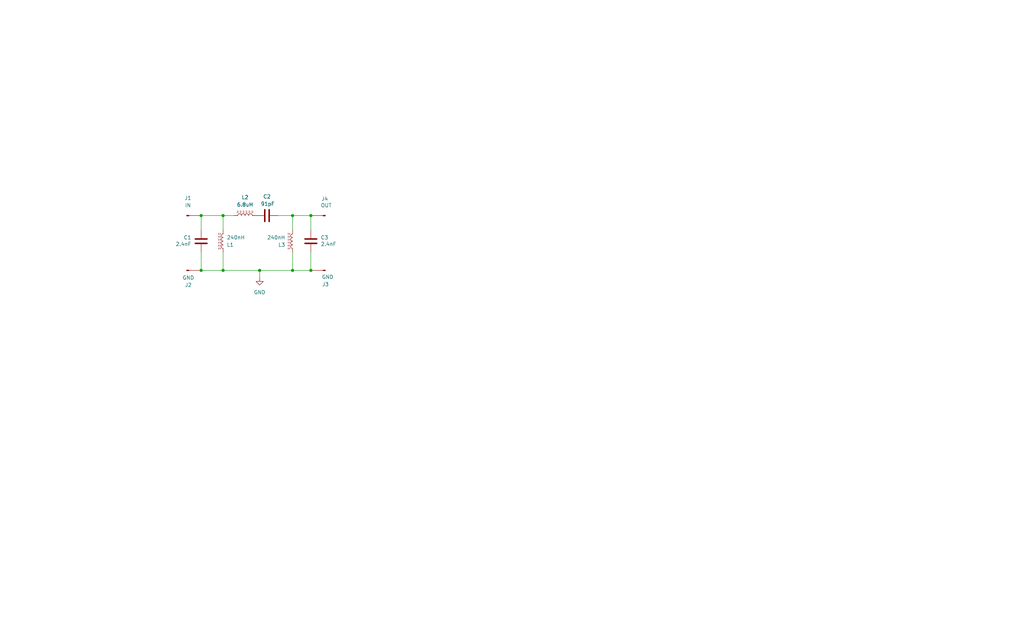
<source format=kicad_sch>
(kicad_sch (version 20231120) (generator "eeschema") (generator_version "8.0")
  (paper "USLegal")
  (title_block (title "40M Bandpass Filter") (company "KQ7B"))
  (lib_symbols
    (symbol "Conn_01x01_Pin_1" (pin_numbers hide) (pin_names (offset 1.016) hide)
      (property "Reference" "J" (at 0 2.54 0))
      (property "Value" "Conn_01x01_Pin" (at 0 -2.54 0))
      (symbol "Conn_01x01_Pin_1_1_1"
        (polyline (pts (xy 1.27 0) (xy 0.8636 0)) (stroke (width 0.1524)))
        (rectangle (start 0.8636 0.127) (end 0 -0.127) (stroke (width 0.1524)) (fill (type outline)))
        (pin passive line (at 5.08 0 180) (length 3.81) (name "Pin_1") (number "1"))
      )
    )
    (symbol "Conn_01x01_Pin_2" (pin_numbers hide) (pin_names (offset 1.016) hide)
      (property "Reference" "J" (at 0 2.54 0))
      (property "Value" "Conn_01x01_Pin" (at 0 -2.54 0))
      (symbol "Conn_01x01_Pin_2_1_1"
        (polyline (pts (xy 1.27 0) (xy 0.8636 0)) (stroke (width 0.1524)))
        (rectangle (start 0.8636 0.127) (end 0 -0.127) (stroke (width 0.1524)) (fill (type outline)))
        (pin passive line (at 5.08 0 180) (length 3.81) (name "Pin_1") (number "1"))
      )
    )
    (symbol "Conn_01x01_Pin_3" (pin_numbers hide) (pin_names (offset 1.016) hide)
      (property "Reference" "J" (at 0 2.54 0))
      (property "Value" "Conn_01x01_Pin" (at 0 -2.54 0))
      (symbol "Conn_01x01_Pin_3_1_1"
        (polyline (pts (xy 1.27 0) (xy 0.8636 0)) (stroke (width 0.1524)))
        (rectangle (start 0.8636 0.127) (end 0 -0.127) (stroke (width 0.1524)) (fill (type outline)))
        (pin passive line (at 5.08 0 180) (length 3.81) (name "Pin_1") (number "1"))
      )
    )
    (symbol "Connector:Conn_01x01_Pin" (pin_numbers hide) (pin_names (offset 1.016) hide)
      (property "Reference" "J" (at 0 2.54 0))
      (property "Value" "Conn_01x01_Pin" (at 0 -2.54 0))
      (symbol "Conn_01x01_Pin_1_1"
        (polyline (pts (xy 1.27 0) (xy 0.8636 0)) (stroke (width 0.1524)))
        (rectangle (start 0.8636 0.127) (end 0 -0.127) (stroke (width 0.1524)) (fill (type outline)))
        (pin passive line (at 5.08 0 180) (length 3.81) (name "Pin_1") (number "1"))
      )
    )
    (symbol "Device:C" (pin_numbers hide) (pin_names (offset 0.254))
      (property "Reference" "C" (at 0.635 2.54 0))
      (property "Value" "C" (at 0.635 -2.54 0))
      (symbol "C_0_1"
        (polyline (pts (xy -2.032 -0.762) (xy 2.032 -0.762)) (stroke (width 0.508)))
        (polyline (pts (xy -2.032 0.762) (xy 2.032 0.762)) (stroke (width 0.508)))
      )
      (symbol "C_1_1"
        (pin passive line (at 0 3.81 270) (length 2.794) (name "~") (number "1"))
        (pin passive line (at 0 -3.81 90) (length 2.794) (name "~") (number "2"))
      )
    )
    (symbol "Device:L_Ferrite" (pin_numbers hide) (pin_names (offset 1.016) hide)
      (property "Reference" "L" (at -1.27 0 90))
      (property "Value" "L_Ferrite" (at 2.794 0 90))
      (symbol "L_Ferrite_0_1"
        (arc (start 0 -2.54) (mid 0.6323 -1.905) (end 0 -1.27))
        (arc (start 0 -1.27) (mid 0.6323 -0.635) (end 0 0))
        (polyline (pts (xy 1.016 -2.794) (xy 1.016 -2.286)))
        (polyline (pts (xy 1.016 -1.778) (xy 1.016 -1.27)))
        (polyline (pts (xy 1.016 -0.762) (xy 1.016 -0.254)))
        (polyline (pts (xy 1.016 0.254) (xy 1.016 0.762)))
        (polyline (pts (xy 1.016 1.27) (xy 1.016 1.778)))
        (polyline (pts (xy 1.016 2.286) (xy 1.016 2.794)))
        (polyline (pts (xy 1.524 -2.286) (xy 1.524 -2.794)))
        (polyline (pts (xy 1.524 -1.27) (xy 1.524 -1.778)))
        (polyline (pts (xy 1.524 -0.254) (xy 1.524 -0.762)))
        (polyline (pts (xy 1.524 0.762) (xy 1.524 0.254)))
        (polyline (pts (xy 1.524 1.778) (xy 1.524 1.27)))
        (polyline (pts (xy 1.524 2.794) (xy 1.524 2.286)))
        (arc (start 0 0) (mid 0.6323 0.635) (end 0 1.27))
        (arc (start 0 1.27) (mid 0.6323 1.905) (end 0 2.54))
      )
      (symbol "L_Ferrite_1_1"
        (pin passive line (at 0 3.81 270) (length 1.27) (name "1") (number "1"))
        (pin passive line (at 0 -3.81 90) (length 1.27) (name "2") (number "2"))
      )
    )
    (symbol "power:GND" (power) (pin_numbers hide) (pin_names (offset 0) hide)
      (property "Value" "GND" (at 0 -3.81 0))
      (symbol "GND_0_1"
        (polyline (pts (xy 0 0) (xy 0 -1.27) (xy 1.27 -1.27) (xy 0 -2.54) (xy -1.27 -1.27) (xy 0 -1.27)))
      )
      (symbol "GND_1_1"
        (pin power_in line (at 0 0 270) (length 0) (name "~") (number "1"))
      )
    )
  )
  (junction (at 69.85 74.93))
  (junction (at 77.47 74.93))
  (junction (at 107.95 74.93))
  (junction (at 101.6 93.98))
  (junction (at 107.95 93.98))
  (junction (at 69.85 93.98))
  (junction (at 77.47 93.98))
  (junction (at 101.6 74.93))
  (junction (at 90.17 93.98))
  (wire (pts (xy 96.52 74.93) (xy 101.6 74.93)))
  (wire (pts (xy 69.85 80.01) (xy 69.85 74.93)))
  (wire (pts (xy 101.6 74.93) (xy 101.6 80.01)))
  (wire (pts (xy 77.47 87.63) (xy 77.47 93.98)))
  (wire (pts (xy 77.47 74.93) (xy 81.28 74.93)))
  (wire (pts (xy 101.6 74.93) (xy 107.95 74.93)))
  (wire (pts (xy 69.85 74.93) (xy 77.47 74.93)))
  (wire (pts (xy 90.17 93.98) (xy 101.6 93.98)))
  (wire (pts (xy 69.85 87.63) (xy 69.85 93.98)))
  (wire (pts (xy 101.6 87.63) (xy 101.6 93.98)))
  (wire (pts (xy 101.6 93.98) (xy 107.95 93.98)))
  (wire (pts (xy 69.85 93.98) (xy 77.47 93.98)))
  (wire (pts (xy 77.47 80.01) (xy 77.47 74.93)))
  (wire (pts (xy 90.17 96.52) (xy 90.17 93.98)))
  (wire (pts (xy 107.95 93.98) (xy 107.95 87.63)))
  (wire (pts (xy 77.47 93.98) (xy 90.17 93.98)))
  (wire (pts (xy 107.95 74.93) (xy 107.95 80.01)))
  (symbol (lib_id "Device:L_Ferrite") (at 85.09 74.93 90) (unit 1)
    (property "Reference" "L2" (at 85.09 68.58 90))
    (property "Value" "6.8uH" (at 85.09 71.12 90))
    (property "Footprint" "Inductor_THT:Inductor_THT_Horizontal_T37" (effects (hide yes)))
    (property "Description" "Inductor with ferrite core" (effects (hide yes)))
  )
  (symbol (lib_name "Conn_01x01_Pin_1") (lib_id "Connector:Conn_01x01_Pin") (at 64.77 74.93 0) (unit 1)
    (property "Reference" "J1" (at 65.278 68.834 0))
    (property "Value" "IN" (at 65.278 71.374 0))
    (property "Footprint" "Connector_PinHeader_2.00mm:PinHeader_1x01_P2.00mm_Vertical" (effects (hide yes)))
    (property "Description" "Generic connector, single row, 01x01, script generated" (effects (hide yes)))
  )
  (symbol (lib_id "Device:C") (at 69.85 83.82 0) (unit 1)
    (property "Reference" "C1" (at 63.754 82.55 0) (effects (justify left)))
    (property "Value" "2.4nF" (at 60.96 84.836 0) (effects (justify left)))
    (property "Footprint" "Capacitor_SMD:C_0603_1608Metric_Pad1.08x0.95mm_HandSolder" (effects (hide yes)))
    (property "Datasheet" "https://search.murata.co.jp/Ceramy/image/img/A01X/G101/ENG/GCM1885C1H242FA16-01.pdf" (effects (hide yes)))
    (property "Description" "CAP CER 2400PF 50V C0G/NP0 0603 1% Tolerance" (effects (hide yes)))
    (property "MPN" "GCM1885C1H242FA16J" (effects (hide yes)))
    (property "Mfg" "Murata Electronics" (effects (hide yes)))
  )
  (symbol (lib_id "power:GND") (at 90.17 96.52 0) (unit 1)
    (property "Reference" "#PWR01" (effects (hide yes)))
    (property "Value" "GND" (at 90.17 101.6 0))
    (property "Description" "Power symbol creates a global label with name \"GND\" , ground" (effects (hide yes)))
  )
  (symbol (lib_id "Connector:Conn_01x01_Pin") (at 113.03 74.93 180) (unit 1)
    (property "Reference" "J4" (at 112.776 69.088 0))
    (property "Value" "OUT" (at 113.284 71.374 0))
    (property "Footprint" "Connector_PinHeader_2.00mm:PinHeader_1x01_P2.00mm_Vertical" (effects (hide yes)))
    (property "Description" "Generic connector, single row, 01x01, script generated" (effects (hide yes)))
  )
  (symbol (lib_name "Conn_01x01_Pin_2") (lib_id "Connector:Conn_01x01_Pin") (at 64.77 93.98 0) (mirror x) (unit 1)
    (property "Reference" "J2" (at 65.405 99.06 0))
    (property "Value" "GND" (at 65.405 96.52 0))
    (property "Footprint" "Connector_PinHeader_2.00mm:PinHeader_1x01_P2.00mm_Vertical" (effects (hide yes)))
    (property "Description" "Generic connector, single row, 01x01, script generated" (effects (hide yes)))
  )
  (symbol (lib_name "Conn_01x01_Pin_3") (lib_id "Connector:Conn_01x01_Pin") (at 113.03 93.98 180) (unit 1)
    (property "Reference" "J3" (at 113.03 98.806 0))
    (property "Value" "GND" (at 113.792 96.266 0))
    (property "Footprint" "Connector_PinHeader_2.00mm:PinHeader_1x01_P2.00mm_Vertical" (effects (hide yes)))
    (property "Description" "Generic connector, single row, 01x01, script generated" (effects (hide yes)))
  )
  (symbol (lib_id "Device:L_Ferrite") (at 101.6 83.82 180) (unit 1)
    (property "Reference" "L3" (at 99.06 85.0901 0) (effects (justify left)))
    (property "Value" "240nH" (at 99.06 82.5501 0) (effects (justify left)))
    (property "Footprint" "Inductor_THT:Inductor_THT_Horizontal_T37" (effects (hide yes)))
    (property "Description" "Inductor with ferrite core" (effects (hide yes)))
  )
  (symbol (lib_id "Device:C") (at 92.71 74.93 90) (unit 1)
    (property "Reference" "C2" (at 92.71 68.326 90))
    (property "Value" "91pF" (at 92.964 70.866 90))
    (property "Footprint" "Capacitor_SMD:C_0603_1608Metric_Pad1.08x0.95mm_HandSolder" (effects (hide yes)))
    (property "Datasheet" "https://search.murata.co.jp/Ceramy/image/img/A01X/G101/ENG/GCM1885C2A910FA16-01A.pdf" (effects (hide yes)))
    (property "Description" "91 pF ±1% 100V Ceramic Capacitor C0G, NP0 0603 (1608 Metric)" (effects (hide yes)))
    (property "MPN" "GCM1885C2A910FA16D" (effects (hide yes)))
    (property "MFG" "Murata Electronics" (effects (hide yes)))
  )
  (symbol (lib_id "Device:L_Ferrite") (at 77.47 83.82 0) (mirror y) (unit 1)
    (property "Reference" "L1" (at 78.74 85.0901 0) (effects (justify right)))
    (property "Value" "240nH" (at 78.74 82.5501 0) (effects (justify right)))
    (property "Footprint" "Inductor_THT:Inductor_THT_Horizontal_T37" (effects (hide yes)))
    (property "Description" "Inductor with ferrite core" (effects (hide yes)))
  )
  (symbol (lib_id "Device:C") (at 107.95 83.82 0) (mirror y) (unit 1)
    (property "Reference" "C3" (at 114.046 82.55 0) (effects (justify left)))
    (property "Value" "2.4nF" (at 116.84 84.836 0) (effects (justify left)))
    (property "Footprint" "Capacitor_SMD:C_0603_1608Metric_Pad1.08x0.95mm_HandSolder" (effects (hide yes)))
    (property "Datasheet" "https://search.murata.co.jp/Ceramy/image/img/A01X/G101/ENG/GCM1885C1H242FA16-01.pdf" (effects (hide yes)))
    (property "Description" "CAP CER 2400PF 50V C0G/NP0 0603 1% Tolerance" (effects (hide yes)))
    (property "MPN" "GCM1885C1H242FA16J" (effects (hide yes)))
    (property "Mfg" "Murata Electronics" (effects (hide yes)))
  )
)
</source>
